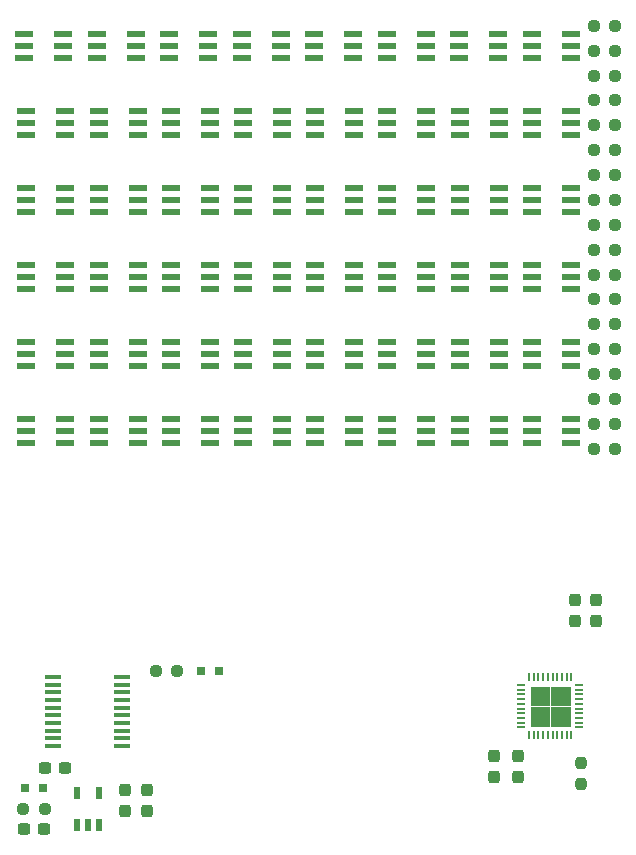
<source format=gbr>
%TF.GenerationSoftware,KiCad,Pcbnew,(6.0.2)*%
%TF.CreationDate,2022-03-05T19:05:13-05:00*%
%TF.ProjectId,LED Driver Prototype V2,4c454420-4472-4697-9665-722050726f74,rev?*%
%TF.SameCoordinates,PX66ff300PY81b3200*%
%TF.FileFunction,Paste,Top*%
%TF.FilePolarity,Positive*%
%FSLAX46Y46*%
G04 Gerber Fmt 4.6, Leading zero omitted, Abs format (unit mm)*
G04 Created by KiCad (PCBNEW (6.0.2)) date 2022-03-05 19:05:13*
%MOMM*%
%LPD*%
G01*
G04 APERTURE LIST*
G04 Aperture macros list*
%AMRoundRect*
0 Rectangle with rounded corners*
0 $1 Rounding radius*
0 $2 $3 $4 $5 $6 $7 $8 $9 X,Y pos of 4 corners*
0 Add a 4 corners polygon primitive as box body*
4,1,4,$2,$3,$4,$5,$6,$7,$8,$9,$2,$3,0*
0 Add four circle primitives for the rounded corners*
1,1,$1+$1,$2,$3*
1,1,$1+$1,$4,$5*
1,1,$1+$1,$6,$7*
1,1,$1+$1,$8,$9*
0 Add four rect primitives between the rounded corners*
20,1,$1+$1,$2,$3,$4,$5,0*
20,1,$1+$1,$4,$5,$6,$7,0*
20,1,$1+$1,$6,$7,$8,$9,0*
20,1,$1+$1,$8,$9,$2,$3,0*%
G04 Aperture macros list end*
%ADD10C,0.100000*%
%ADD11R,1.473200X0.355600*%
%ADD12R,1.500000X0.600000*%
%ADD13RoundRect,0.237500X0.250000X0.237500X-0.250000X0.237500X-0.250000X-0.237500X0.250000X-0.237500X0*%
%ADD14RoundRect,0.237500X-0.250000X-0.237500X0.250000X-0.237500X0.250000X0.237500X-0.250000X0.237500X0*%
%ADD15RoundRect,0.237500X-0.237500X0.300000X-0.237500X-0.300000X0.237500X-0.300000X0.237500X0.300000X0*%
%ADD16RoundRect,0.237500X0.300000X0.237500X-0.300000X0.237500X-0.300000X-0.237500X0.300000X-0.237500X0*%
%ADD17RoundRect,0.237500X0.237500X-0.300000X0.237500X0.300000X-0.237500X0.300000X-0.237500X-0.300000X0*%
%ADD18RoundRect,0.237500X-0.300000X-0.237500X0.300000X-0.237500X0.300000X0.237500X-0.300000X0.237500X0*%
%ADD19R,0.508000X1.028700*%
%ADD20R,0.762000X0.711200*%
%ADD21R,0.762000X0.203200*%
%ADD22R,0.203200X0.762000*%
%ADD23RoundRect,0.237500X-0.237500X0.250000X-0.237500X-0.250000X0.237500X-0.250000X0.237500X0.250000X0*%
G04 APERTURE END LIST*
D10*
%TO.C,U2*%
X56300000Y20352600D02*
X54747400Y20352600D01*
X54747400Y20352600D02*
X54747400Y18800000D01*
X54747400Y18800000D02*
X56300000Y18800000D01*
X56300000Y18800000D02*
X56300000Y20352600D01*
G36*
X56300000Y18800000D02*
G01*
X54747400Y18800000D01*
X54747400Y20352600D01*
X56300000Y20352600D01*
X56300000Y18800000D01*
G37*
X56300000Y18800000D02*
X54747400Y18800000D01*
X54747400Y20352600D01*
X56300000Y20352600D01*
X56300000Y18800000D01*
X58052600Y18600000D02*
X56500000Y18600000D01*
X56500000Y18600000D02*
X56500000Y17047400D01*
X56500000Y17047400D02*
X58052600Y17047400D01*
X58052600Y17047400D02*
X58052600Y18600000D01*
G36*
X58052600Y17047400D02*
G01*
X56500000Y17047400D01*
X56500000Y18600000D01*
X58052600Y18600000D01*
X58052600Y17047400D01*
G37*
X58052600Y17047400D02*
X56500000Y17047400D01*
X56500000Y18600000D01*
X58052600Y18600000D01*
X58052600Y17047400D01*
X56300000Y18600000D02*
X54747400Y18600000D01*
X54747400Y18600000D02*
X54747400Y17047400D01*
X54747400Y17047400D02*
X56300000Y17047400D01*
X56300000Y17047400D02*
X56300000Y18600000D01*
G36*
X56300000Y17047400D02*
G01*
X54747400Y17047400D01*
X54747400Y18600000D01*
X56300000Y18600000D01*
X56300000Y17047400D01*
G37*
X56300000Y17047400D02*
X54747400Y17047400D01*
X54747400Y18600000D01*
X56300000Y18600000D01*
X56300000Y17047400D01*
X58052600Y20352600D02*
X56500000Y20352600D01*
X56500000Y20352600D02*
X56500000Y18800000D01*
X56500000Y18800000D02*
X58052600Y18800000D01*
X58052600Y18800000D02*
X58052600Y20352600D01*
G36*
X58052600Y18800000D02*
G01*
X56500000Y18800000D01*
X56500000Y20352600D01*
X58052600Y20352600D01*
X58052600Y18800000D01*
G37*
X58052600Y18800000D02*
X56500000Y18800000D01*
X56500000Y20352600D01*
X58052600Y20352600D01*
X58052600Y18800000D01*
%TD*%
D11*
%TO.C,U3*%
X14279000Y21175000D03*
X14279000Y20524999D03*
X14279000Y19875001D03*
X14279000Y19224999D03*
X14279000Y18575001D03*
X14279000Y17925002D03*
X14279000Y17275001D03*
X14279000Y16625002D03*
X14279000Y15975001D03*
X14279000Y15325002D03*
X20121000Y15325000D03*
X20121000Y15974998D03*
X20121000Y16624999D03*
X20121000Y17274998D03*
X20121000Y17924999D03*
X20121000Y18574998D03*
X20121000Y19224999D03*
X20121000Y19874998D03*
X20121000Y20524999D03*
X20121000Y21174998D03*
%TD*%
D12*
%TO.C,D34*%
X24278570Y60560000D03*
X24278570Y61560000D03*
X24278570Y62560000D03*
X27578570Y62560000D03*
X27578570Y61560000D03*
X27578570Y60560000D03*
%TD*%
%TO.C,D20*%
X36507140Y47520000D03*
X36507140Y48520000D03*
X36507140Y49520000D03*
X39807140Y49520000D03*
X39807140Y48520000D03*
X39807140Y47520000D03*
%TD*%
%TO.C,D4*%
X54850000Y60560000D03*
X54850000Y61560000D03*
X54850000Y62560000D03*
X58150000Y62560000D03*
X58150000Y61560000D03*
X58150000Y60560000D03*
%TD*%
%TO.C,D5*%
X54850000Y67080000D03*
X54850000Y68080000D03*
X54850000Y69080000D03*
X58150000Y69080000D03*
X58150000Y68080000D03*
X58150000Y67080000D03*
%TD*%
D13*
%TO.C,R18*%
X60087500Y57352944D03*
X61912500Y57352944D03*
%TD*%
%TO.C,R17*%
X60087500Y55247062D03*
X61912500Y55247062D03*
%TD*%
D12*
%TO.C,D32*%
X24278570Y47520000D03*
X24278570Y48520000D03*
X24278570Y49520000D03*
X27578570Y49520000D03*
X27578570Y48520000D03*
X27578570Y47520000D03*
%TD*%
%TO.C,D42*%
X17992857Y73600000D03*
X17992857Y74600000D03*
X17992857Y75600000D03*
X21292857Y75600000D03*
X21292857Y74600000D03*
X21292857Y73600000D03*
%TD*%
%TO.C,D11*%
X48735710Y67080000D03*
X48735710Y68080000D03*
X48735710Y69080000D03*
X52035710Y69080000D03*
X52035710Y68080000D03*
X52035710Y67080000D03*
%TD*%
D13*
%TO.C,R2*%
X60087500Y76305882D03*
X61912500Y76305882D03*
%TD*%
D14*
%TO.C,R12*%
X61912500Y44717652D03*
X60087500Y44717652D03*
%TD*%
D12*
%TO.C,D19*%
X36507140Y41000000D03*
X36507140Y42000000D03*
X36507140Y43000000D03*
X39807140Y43000000D03*
X39807140Y42000000D03*
X39807140Y41000000D03*
%TD*%
%TO.C,D28*%
X30392855Y60560000D03*
X30392855Y61560000D03*
X30392855Y62560000D03*
X33692855Y62560000D03*
X33692855Y61560000D03*
X33692855Y60560000D03*
%TD*%
D13*
%TO.C,R21*%
X22987500Y21700000D03*
X24812500Y21700000D03*
%TD*%
%TO.C,R8*%
X60087500Y61564708D03*
X61912500Y61564708D03*
%TD*%
D12*
%TO.C,D41*%
X18164285Y67080000D03*
X18164285Y68080000D03*
X18164285Y69080000D03*
X21464285Y69080000D03*
X21464285Y68080000D03*
X21464285Y67080000D03*
%TD*%
D15*
%TO.C,C8*%
X22300000Y9837500D03*
X22300000Y11562500D03*
%TD*%
D12*
%TO.C,D1*%
X54850000Y41000000D03*
X54850000Y42000000D03*
X54850000Y43000000D03*
X58150000Y43000000D03*
X58150000Y42000000D03*
X58150000Y41000000D03*
%TD*%
D16*
%TO.C,C7*%
X13637500Y13500000D03*
X15362500Y13500000D03*
%TD*%
D12*
%TO.C,D24*%
X36421428Y73600000D03*
X36421428Y74600000D03*
X36421428Y75600000D03*
X39721428Y75600000D03*
X39721428Y74600000D03*
X39721428Y73600000D03*
%TD*%
%TO.C,D23*%
X36507140Y67080000D03*
X36507140Y68080000D03*
X36507140Y69080000D03*
X39807140Y69080000D03*
X39807140Y68080000D03*
X39807140Y67080000D03*
%TD*%
D13*
%TO.C,R19*%
X60087500Y59458826D03*
X61912500Y59458826D03*
%TD*%
D12*
%TO.C,D37*%
X18164285Y41000000D03*
X18164285Y42000000D03*
X18164285Y43000000D03*
X21464285Y43000000D03*
X21464285Y42000000D03*
X21464285Y41000000D03*
%TD*%
D13*
%TO.C,R1*%
X60087500Y74200000D03*
X61912500Y74200000D03*
%TD*%
D14*
%TO.C,R9*%
X13612500Y10000000D03*
X11787500Y10000000D03*
%TD*%
%TO.C,R11*%
X61912500Y42611770D03*
X60087500Y42611770D03*
%TD*%
D12*
%TO.C,D25*%
X30392855Y41000000D03*
X30392855Y42000000D03*
X30392855Y43000000D03*
X33692855Y43000000D03*
X33692855Y42000000D03*
X33692855Y41000000D03*
%TD*%
D17*
%TO.C,C4*%
X53700000Y14462500D03*
X53700000Y12737500D03*
%TD*%
D12*
%TO.C,D12*%
X48707142Y73600000D03*
X48707142Y74600000D03*
X48707142Y75600000D03*
X52007142Y75600000D03*
X52007142Y74600000D03*
X52007142Y73600000D03*
%TD*%
D18*
%TO.C,C5*%
X13562500Y8300000D03*
X11837500Y8300000D03*
%TD*%
D12*
%TO.C,D14*%
X42621425Y47520000D03*
X42621425Y48520000D03*
X42621425Y49520000D03*
X45921425Y49520000D03*
X45921425Y48520000D03*
X45921425Y47520000D03*
%TD*%
D15*
%TO.C,C1*%
X58500000Y25937500D03*
X58500000Y27662500D03*
%TD*%
D12*
%TO.C,D7*%
X48735710Y41000000D03*
X48735710Y42000000D03*
X48735710Y43000000D03*
X52035710Y43000000D03*
X52035710Y42000000D03*
X52035710Y41000000D03*
%TD*%
D15*
%TO.C,C2*%
X60300000Y25937500D03*
X60300000Y27662500D03*
%TD*%
D12*
%TO.C,D8*%
X48735710Y47520000D03*
X48735710Y48520000D03*
X48735710Y49520000D03*
X52035710Y49520000D03*
X52035710Y48520000D03*
X52035710Y47520000D03*
%TD*%
%TO.C,D3*%
X54850000Y54040000D03*
X54850000Y55040000D03*
X54850000Y56040000D03*
X58150000Y56040000D03*
X58150000Y55040000D03*
X58150000Y54040000D03*
%TD*%
D13*
%TO.C,R4*%
X60087500Y69988236D03*
X61912500Y69988236D03*
%TD*%
D19*
%TO.C,U1*%
X16299999Y11339850D03*
X18200001Y11339850D03*
X18200001Y8660150D03*
X17250000Y8660150D03*
X16299999Y8660150D03*
%TD*%
D12*
%TO.C,D40*%
X18164285Y60560000D03*
X18164285Y61560000D03*
X18164285Y62560000D03*
X21464285Y62560000D03*
X21464285Y61560000D03*
X21464285Y60560000D03*
%TD*%
%TO.C,D43*%
X12050000Y41000000D03*
X12050000Y42000000D03*
X12050000Y43000000D03*
X15350000Y43000000D03*
X15350000Y42000000D03*
X15350000Y41000000D03*
%TD*%
%TO.C,D45*%
X12050000Y54040000D03*
X12050000Y55040000D03*
X12050000Y56040000D03*
X15350000Y56040000D03*
X15350000Y55040000D03*
X15350000Y54040000D03*
%TD*%
D13*
%TO.C,R6*%
X60087500Y65776472D03*
X61912500Y65776472D03*
%TD*%
%TO.C,R5*%
X60087500Y67882354D03*
X61912500Y67882354D03*
%TD*%
D20*
%TO.C,D67*%
X11925300Y11750000D03*
X13474700Y11750000D03*
%TD*%
D12*
%TO.C,D26*%
X30392855Y47520000D03*
X30392855Y48520000D03*
X30392855Y49520000D03*
X33692855Y49520000D03*
X33692855Y48520000D03*
X33692855Y47520000D03*
%TD*%
D20*
%TO.C,D68*%
X26825300Y21700000D03*
X28374700Y21700000D03*
%TD*%
D12*
%TO.C,D29*%
X30392855Y67080000D03*
X30392855Y68080000D03*
X30392855Y69080000D03*
X33692855Y69080000D03*
X33692855Y68080000D03*
X33692855Y67080000D03*
%TD*%
%TO.C,D39*%
X18164285Y54040000D03*
X18164285Y55040000D03*
X18164285Y56040000D03*
X21464285Y56040000D03*
X21464285Y55040000D03*
X21464285Y54040000D03*
%TD*%
%TO.C,D9*%
X48735710Y54040000D03*
X48735710Y55040000D03*
X48735710Y56040000D03*
X52035710Y56040000D03*
X52035710Y55040000D03*
X52035710Y54040000D03*
%TD*%
%TO.C,D33*%
X24278570Y54040000D03*
X24278570Y55040000D03*
X24278570Y56040000D03*
X27578570Y56040000D03*
X27578570Y55040000D03*
X27578570Y54040000D03*
%TD*%
%TO.C,D2*%
X54850000Y47520000D03*
X54850000Y48520000D03*
X54850000Y49520000D03*
X58150000Y49520000D03*
X58150000Y48520000D03*
X58150000Y47520000D03*
%TD*%
D14*
%TO.C,R16*%
X61912500Y53141180D03*
X60087500Y53141180D03*
%TD*%
D12*
%TO.C,D18*%
X42564285Y73600000D03*
X42564285Y74600000D03*
X42564285Y75600000D03*
X45864285Y75600000D03*
X45864285Y74600000D03*
X45864285Y73600000D03*
%TD*%
%TO.C,D15*%
X42621425Y54040000D03*
X42621425Y55040000D03*
X42621425Y56040000D03*
X45921425Y56040000D03*
X45921425Y55040000D03*
X45921425Y54040000D03*
%TD*%
D17*
%TO.C,C6*%
X20400000Y11562500D03*
X20400000Y9837500D03*
%TD*%
D12*
%TO.C,D10*%
X48735710Y60560000D03*
X48735710Y61560000D03*
X48735710Y62560000D03*
X52035710Y62560000D03*
X52035710Y61560000D03*
X52035710Y60560000D03*
%TD*%
%TO.C,D13*%
X42621425Y41000000D03*
X42621425Y42000000D03*
X42621425Y43000000D03*
X45921425Y43000000D03*
X45921425Y42000000D03*
X45921425Y41000000D03*
%TD*%
%TO.C,D38*%
X18164285Y47520000D03*
X18164285Y48520000D03*
X18164285Y49520000D03*
X21464285Y49520000D03*
X21464285Y48520000D03*
X21464285Y47520000D03*
%TD*%
D21*
%TO.C,U2*%
X58876500Y20499999D03*
X58876500Y20100000D03*
X58876500Y19700001D03*
X58876500Y19299999D03*
X58876500Y18900000D03*
X58876500Y18500000D03*
X58876500Y18100001D03*
X58876500Y17699999D03*
X58876500Y17300000D03*
X58876500Y16900001D03*
D22*
X58199999Y16223500D03*
X57800000Y16223500D03*
X57400001Y16223500D03*
X56999999Y16223500D03*
X56600000Y16223500D03*
X56200000Y16223500D03*
X55800001Y16223500D03*
X55399999Y16223500D03*
X55000000Y16223500D03*
X54600001Y16223500D03*
D21*
X53923500Y16900001D03*
X53923500Y17300000D03*
X53923500Y17699999D03*
X53923500Y18100001D03*
X53923500Y18500000D03*
X53923500Y18900000D03*
X53923500Y19299999D03*
X53923500Y19700001D03*
X53923500Y20100000D03*
X53923500Y20499999D03*
D22*
X54600001Y21176500D03*
X55000000Y21176500D03*
X55399999Y21176500D03*
X55800001Y21176500D03*
X56200000Y21176500D03*
X56600000Y21176500D03*
X56999999Y21176500D03*
X57400001Y21176500D03*
X57800000Y21176500D03*
X58199999Y21176500D03*
%TD*%
D12*
%TO.C,D17*%
X42621425Y67080000D03*
X42621425Y68080000D03*
X42621425Y69080000D03*
X45921425Y69080000D03*
X45921425Y68080000D03*
X45921425Y67080000D03*
%TD*%
D14*
%TO.C,R14*%
X61912500Y48929416D03*
X60087500Y48929416D03*
%TD*%
D12*
%TO.C,D31*%
X24278570Y41000000D03*
X24278570Y42000000D03*
X24278570Y43000000D03*
X27578570Y43000000D03*
X27578570Y42000000D03*
X27578570Y41000000D03*
%TD*%
%TO.C,D47*%
X12050000Y67080000D03*
X12050000Y68080000D03*
X12050000Y69080000D03*
X15350000Y69080000D03*
X15350000Y68080000D03*
X15350000Y67080000D03*
%TD*%
%TO.C,D36*%
X24135714Y73600000D03*
X24135714Y74600000D03*
X24135714Y75600000D03*
X27435714Y75600000D03*
X27435714Y74600000D03*
X27435714Y73600000D03*
%TD*%
%TO.C,D6*%
X54850000Y73600000D03*
X54850000Y74600000D03*
X54850000Y75600000D03*
X58150000Y75600000D03*
X58150000Y74600000D03*
X58150000Y73600000D03*
%TD*%
D13*
%TO.C,R7*%
X60087500Y63670590D03*
X61912500Y63670590D03*
%TD*%
D14*
%TO.C,R13*%
X61912500Y46823534D03*
X60087500Y46823534D03*
%TD*%
D12*
%TO.C,D44*%
X12050000Y47520000D03*
X12050000Y48520000D03*
X12050000Y49520000D03*
X15350000Y49520000D03*
X15350000Y48520000D03*
X15350000Y47520000D03*
%TD*%
%TO.C,D21*%
X36507140Y54040000D03*
X36507140Y55040000D03*
X36507140Y56040000D03*
X39807140Y56040000D03*
X39807140Y55040000D03*
X39807140Y54040000D03*
%TD*%
D14*
%TO.C,R15*%
X61912500Y51035298D03*
X60087500Y51035298D03*
%TD*%
D12*
%TO.C,D27*%
X30392855Y54040000D03*
X30392855Y55040000D03*
X30392855Y56040000D03*
X33692855Y56040000D03*
X33692855Y55040000D03*
X33692855Y54040000D03*
%TD*%
%TO.C,D46*%
X12050000Y60560000D03*
X12050000Y61560000D03*
X12050000Y62560000D03*
X15350000Y62560000D03*
X15350000Y61560000D03*
X15350000Y60560000D03*
%TD*%
%TO.C,D16*%
X42621425Y60560000D03*
X42621425Y61560000D03*
X42621425Y62560000D03*
X45921425Y62560000D03*
X45921425Y61560000D03*
X45921425Y60560000D03*
%TD*%
%TO.C,D35*%
X24278570Y67080000D03*
X24278570Y68080000D03*
X24278570Y69080000D03*
X27578570Y69080000D03*
X27578570Y68080000D03*
X27578570Y67080000D03*
%TD*%
D23*
%TO.C,R20*%
X59000000Y12087500D03*
X59000000Y13912500D03*
%TD*%
D14*
%TO.C,R10*%
X61912500Y40505882D03*
X60087500Y40505882D03*
%TD*%
D17*
%TO.C,C3*%
X51600000Y14462500D03*
X51600000Y12737500D03*
%TD*%
D12*
%TO.C,D30*%
X30278571Y73600000D03*
X30278571Y74600000D03*
X30278571Y75600000D03*
X33578571Y75600000D03*
X33578571Y74600000D03*
X33578571Y73600000D03*
%TD*%
D13*
%TO.C,R3*%
X60087500Y72094118D03*
X61912500Y72094118D03*
%TD*%
D12*
%TO.C,D48*%
X11850000Y73600000D03*
X11850000Y74600000D03*
X11850000Y75600000D03*
X15150000Y75600000D03*
X15150000Y74600000D03*
X15150000Y73600000D03*
%TD*%
%TO.C,D22*%
X36507140Y60560000D03*
X36507140Y61560000D03*
X36507140Y62560000D03*
X39807140Y62560000D03*
X39807140Y61560000D03*
X39807140Y60560000D03*
%TD*%
M02*

</source>
